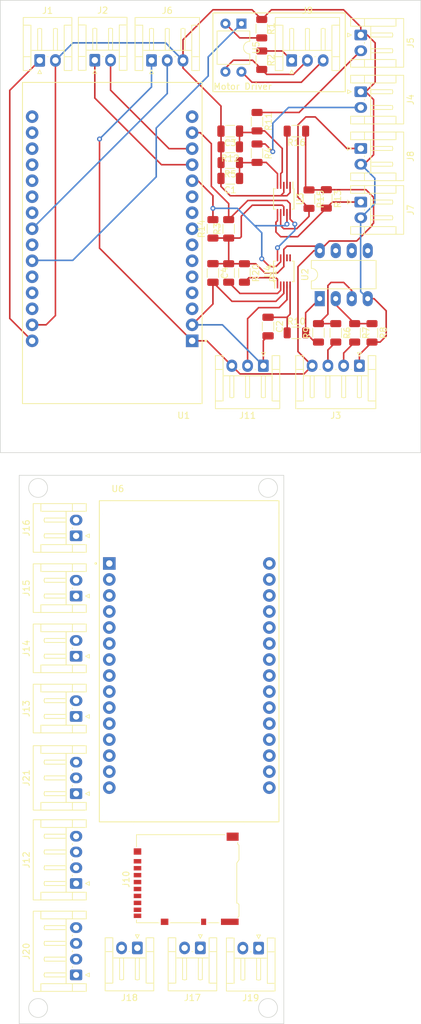
<source format=kicad_pcb>
(kicad_pcb (version 20221018) (generator pcbnew)
  (layers (0 "F.Cu" signal) (31 "B.Cu" signal) (34 "B.Paste" user) (35 "F.Paste" user) (36 "B.SilkS" user "B.Silkscreen") (37 "F.SilkS" user "F.Silkscreen") (38 "B.Mask" user) (39 "F.Mask" user) (44 "Edge.Cuts" user))
  (net 0 "")
  (net 1 "Reduced Bat1V")
  (net 2 "GND")
  (net 3 "Current")
  (net 4 "Reduced TotalV")
  (net 5 "3.3V")
  (net 6 "9V")
  (net 7 "Net-(J2-Pin_1)")
  (net 8 "Net-(J2-Pin_2)")
  (net 9 "Net-(J3-Pin_2)")
  (net 10 "Net-(J3-Pin_3)")
  (net 11 "Net-(J4-Pin_2)")
  (net 12 "Net-(J5-Pin_2)")
  (net 13 "Net-(J6-Pin_2)")
  (net 14 "Motor Temp")
  (net 15 "Motor Controller Temp")
  (net 16 "Net-(J9-Pin_1)")
  (net 17 "/Data")
  (net 18 "Net-(J9-Pin_3)")
  (net 22 "Net-(J10-VDD)")
  (net 24 "Net-(J10-VSS)")
  (net 28 "Net-(J11-Pin_2)")
  (net 54 "Net-(R1-Pad2)")
  (net 55 "SCL")
  (net 56 "Net-(U2A-+)")
  (net 57 "Net-(U2A--)")
  (net 58 "Net-(R10-Pad2)")
  (net 59 "SDA")
  (net 60 "Net-(U3-ALERT{slash}RDY)")
  (net 61 "Net-(U4-ALERT{slash}RDY)")
  (net 62 "Net-(U4-ADDR)")
  (net 75 "GPIO 27 - PWM")
  (footprint "Connector_JST:JST_EH_S2B-EH_1x02_P2.50mm_Horizontal" (layer "F.Cu") (at 35.75 31)
    (fp_text reference "J2")
    (fp_text value "Data (RX TX)")
  )
  (footprint "Connector_JST:JST_EH_S4B-EH_1x04_P2.50mm_Horizontal" (layer "F.Cu") (at 32.7825 161.5978 90)
    (fp_text reference "J12")
    (fp_text value "Screen Connector")
  )
  (footprint "Package_DIP:DIP-8_W7.62mm_LongPads" (layer "F.Cu") (at 71.45 68.825 90)
    (fp_text reference "U2")
    (fp_text value "MCP6002-xP")
  )
  (footprint "Connector_JST:JST_EH_S3B-EH_1x03_P2.50mm_Horizontal" (layer "F.Cu") (at 62.5 79.4675 180)
    (fp_text reference "J11")
    (fp_text value "Throttle HallEffect" hide)
  )
  (footprint "Resistor_SMD:R_1206_3216Metric" (layer "F.Cu") (at 57 57.75 90)
    (fp_text reference "R3")
    (fp_text value "10k")
  )
  (footprint "Connector_JST:JST_EH_S2B-EH_1x02_P2.50mm_Horizontal" (layer "F.Cu") (at 77.9675 27 -90)
    (fp_text reference "J5")
    (fp_text value "Bat 1+2 V")
  )
  (footprint "ESP32-DEVKIT-V1:MODULE_ESP32_DEVKIT_V1" (layer "F.Cu") (at 38.5 60 180)
    (fp_text reference "U1")
    (fp_text value "ESP32-DEVKIT-V1")
  )
  (footprint "Capacitor_SMD:C_1206_3216Metric" (layer "F.Cu") (at 57.25 42.25 180)
    (fp_text reference "C3")
    (fp_text value "C")
  )
  (footprint "Connector_JST:JST_EH_S2B-EH_1x02_P2.50mm_Horizontal" (layer "F.Cu") (at 32.7825 115.9978 90)
    (fp_text reference "J15")
    (fp_text value "Button 3")
  )
  (footprint "Package_SO:TSSOP-10_3x3mm_P0.5mm" (layer "F.Cu") (at 65.75 64.5 90)
    (fp_text reference "U4")
    (fp_text value "ADS1115IDGS" hide)
  )
  (footprint "Capacitor_SMD:C_1206_3216Metric" (layer "F.Cu") (at 54.5 64.75 -90)
    (fp_text reference "C4")
    (fp_text value "100nF")
  )
  (footprint "Resistor_SMD:R_1206_3216Metric" (layer "F.Cu") (at 77 74.25 -90)
    (fp_text reference "R7")
    (fp_text value "4.7k")
  )
  (footprint "Connector_JST:JST_EH_S3B-EH_1x03_P2.50mm_Horizontal" (layer "F.Cu") (at 32.7825 147.3478 90)
    (fp_text reference "J21")
    (fp_text value "Rotary SW")
  )
  (footprint "Connector_JST:JST_EH_S2B-EH_1x02_P2.50mm_Horizontal" (layer "F.Cu") (at 77.9675 36 -90)
    (fp_text reference "J4")
    (fp_text value "Bat 1V")
  )
  (footprint "Resistor_SMD:R_1206_3216Metric" (layer "F.Cu") (at 67.75 74.25)
    (fp_text reference "R10")
    (fp_text value "47k")
  )
  (footprint "Resistor_SMD:R_1206_3216Metric" (layer "F.Cu") (at 61.5 40.75 -90)
    (fp_text reference "R11")
    (fp_text value "R")
  )
  (footprint "ESP32-DEVKIT-V1:MODULE_ESP32_DEVKIT_V1" (layer "F.Cu") (at 50.75 126.3478)
    (fp_text reference "U6")
    (fp_text value "ESP32-DEVKIT-V1")
  )
  (footprint "Connector_JST:JST_EH_S2B-EH_1x02_P2.50mm_Horizontal" (layer "F.Cu") (at 61.75 171.8478 180)
    (fp_text reference "J19")
    (fp_text value "Power (9v)")
  )
  (footprint "Connector_JST:JST_EH_S2B-EH_1x02_P2.50mm_Horizontal" (layer "F.Cu") (at 42.5 171.8153 180)
    (fp_text reference "J18")
    (fp_text value "Data (RX TX)")
  )
  (footprint "Resistor_SMD:R_1206_3216Metric" (layer "F.Cu") (at 61.5 45.75 -90)
    (fp_text reference "R4")
    (fp_text value "R")
  )
  (footprint "Connector_JST:JST_EH_S2B-EH_1x02_P2.50mm_Horizontal" (layer "F.Cu") (at 32.7825 106.4478 90)
    (fp_text reference "J16")
    (fp_text value "Button 4")
  )
  (footprint "Resistor_SMD:R_1206_3216Metric" (layer "F.Cu") (at 57 64.75 -90)
    (fp_text reference "R17")
    (fp_text value "10k")
  )
  (footprint "Package_SO:TSSOP-10_3x3mm_P0.5mm" (layer "F.Cu") (at 65.75 53 -90)
    (fp_text reference "U3")
    (fp_text value "ADS1115IDGS")
  )
  (footprint "Resistor_SMD:R_1206_3216Metric" (layer "F.Cu") (at 79.75 74.25 -90)
    (fp_text reference "R8")
    (fp_text value "10k")
  )
  (footprint "Resistor_SMD:R_1206_3216Metric" (layer "F.Cu") (at 54.5 57.75 90)
    (fp_text reference "R14")
    (fp_text value "10k")
  )
  (footprint "Connector_JST:JST_EH_S2B-EH_1x02_P2.50mm_Horizontal" (layer "F.Cu") (at 27 31.0325)
    (fp_text reference "J1")
    (fp_text value "Power (9v)")
  )
  (footprint "Resistor_SMD:R_1206_3216Metric" (layer "F.Cu") (at 69.75 53.0375 -90)
    (fp_text reference "R15")
    (fp_text value "R")
  )
  (footprint "Connector_JST:JST_EH_S3B-EH_1x03_P2.50mm_Horizontal" (layer "F.Cu") (at 67 31.0325)
    (fp_text reference "J9")
    (fp_text value "Motor Controller")
  )
  (footprint "Connector_JST:JST_EH_S2B-EH_1x02_P2.50mm_Horizontal" (layer "F.Cu") (at 77.9675 45 -90)
    (fp_text reference "J8")
    (fp_text value "Motor Controller Temp")
  )
  (footprint "Resistor_SMD:R_1206_3216Metric" (layer "F.Cu") (at 59.5 64.75 -90)
    (fp_text reference "R20")
    (fp_text value "10k")
  )
  (footprint "Resistor_SMD:R_1206_3216Metric" (layer "F.Cu") (at 67.75 42.25 180)
    (fp_text reference "R16")
    (fp_text value "10k")
  )
  (footprint "Connector_Card:microSD_HC_Hirose_DM3AT-SF-PEJM5" (layer "F.Cu") (at 50.25 160.8478 90)
    (fp_text reference "J10")
    (fp_text value "Micro_SD_Card")
  )
  (footprint "Connector_JST:JST_EH_S2B-EH_1x02_P2.50mm_Horizontal" (layer "F.Cu") (at 52.5 171.8153 180)
    (fp_text reference "J17")
    (fp_text value "Power OUT (9v)")
  )
  (footprint "Capacitor_SMD:C_1206_3216Metric" (layer "F.Cu") (at 57.25 49.75 180)
    (fp_text reference "C1")
    (fp_text value "C")
  )
  (footprint "Resistor_SMD:R_1206_3216Metric" (layer "F.Cu") (at 62.25 31 90)
    (fp_text reference "R2")
    (fp_text value "1k")
  )
  (footprint "Connector_JST:JST_EH_S4B-EH_1x04_P2.50mm_Horizontal" (layer "F.Cu") (at 77.75 79.4675 180)
    (fp_text reference "J3")
    (fp_text value "Current Sensor")
  )
  (footprint "Connector_JST:JST_EH_S2B-EH_1x02_P2.50mm_Horizontal" (layer "F.Cu") (at 32.7825 125.5478 90)
    (fp_text reference "J14")
    (fp_text value "Button 2")
  )
  (footprint "Resistor_SMD:R_1206_3216Metric" (layer "F.Cu") (at 72.5 53 -90)
    (fp_text reference "R13")
    (fp_text value "R")
  )
  (footprint "Capacitor_SMD:C_1206_3216Metric" (layer "F.Cu") (at 63.25 73.25 -90)
    (fp_text reference "C2")
    (fp_text value "1u")
  )
  (footprint "Resistor_SMD:R_1206_3216Metric" (layer "F.Cu") (at 57.25 47.25 180)
    (fp_text reference "R5")
    (fp_text value "R")
  )
  (footprint "Connector_JST:JST_EH_S3B-EH_1x03_P2.50mm_Horizontal" (layer "F.Cu") (at 44.75 31.0325)
    (fp_text reference "J6")
    (fp_text value "RPM Sensor")
  )
  (footprint "Resistor_SMD:R_1206_3216Metric" (layer "F.Cu") (at 71.25 74.25 90)
    (fp_text reference "R9")
    (fp_text value "10k")
  )
  (footprint "Resistor_SMD:R_1206_3216Metric" (layer "F.Cu") (at 62.25 26 -90)
    (fp_text reference "R1")
    (fp_text value "220")
  )
  (footprint "Connector_JST:JST_EH_S4B-EH_1x04_P2.50mm_Horizontal" (layer "F.Cu") (at 32.7825 176.0978 90)
    (fp_text reference "J20")
    (fp_text value "HC12")
  )
  (footprint "Resistor_SMD:R_1206_3216Metric" (layer "F.Cu") (at 74 74.25 -90)
    (fp_text reference "R6")
    (fp_text value "4.7k")
  )
  (footprint "Connector_JST:JST_EH_S2B-EH_1x02_P2.50mm_Horizontal" (layer "F.Cu") (at 32.7825 135.0978 90)
    (fp_text reference "J13")
    (fp_text value "Button 1")
  )
  (footprint "Package_DIP:DIP-4_W7.62mm" (layer "F.Cu") (at 59.025 25.2 -90)
    (fp_text reference "U5")
    (fp_text value "PC817")
  )
  (footprint "Resistor_SMD:R_1206_3216Metric" (layer "F.Cu") (at 57.25 44.75 180)
    (fp_text reference "R12")
    (fp_text value "R")
  )
  (footprint "Connector_JST:JST_EH_S2B-EH_1x02_P2.50mm_Horizontal" (layer "F.Cu") (at 77.9675 53.5 -90)
    (fp_text reference "J7")
    (fp_text value "Motor Temp")
  )
  (gr_rect (start 54.5 23.5) (end 75.5 36) (stroke (width 0.15)) (fill none) (layer "F.SilkS"))
  (gr_circle (center 63.25 98.8478) (end 61.75 98.8478) (stroke (width 0.1)) (fill none) (layer "Edge.Cuts"))
  (gr_rect (start 23.75 96.8478) (end 65.75 183.8478) (stroke (width 0.1)) (fill none) (layer "Edge.Cuts"))
  (gr_circle (center 63.25 181.3478) (end 61.75 181.3478) (stroke (width 0.1)) (fill none) (layer "Edge.Cuts"))
  (gr_circle (center 26.75 98.8478) (end 28.25 98.8478) (stroke (width 0.1)) (fill none) (layer "Edge.Cuts"))
  (gr_rect (start 20.75 21.5) (end 87.5 93.25) (stroke (width 0.1)) (fill none) (layer "Edge.Cuts"))
  (gr_circle (center 26.75 181.3478) (end 28.25 181.3478) (stroke (width 0.1)) (fill none) (layer "Edge.Cuts"))
  (gr_text "Motor Driver\n" (at 54.5 35.75) (layer "F.SilkS") (effects (font (size 1 1)) (justify left bottom)))
  (segment (start 64.75 49) (end 64.75 50.85) (width 0.25) (layer "F.Cu") (net 1))
  (segment (start 61.5 47.2125) (end 62.9625 47.2125) (width 0.25) (layer "F.Cu") (net 1))
  (segment (start 62.9625 47.2125) (end 64.75 49) (width 0.25) (layer "F.Cu") (net 1))
  (segment (start 58.7125 47.25) (end 61.4625 47.25) (width 0.25) (layer "F.Cu") (net 1))
  (segment (start 61.4625 47.25) (end 61.5 47.2125) (width 0.25) (layer "F.Cu") (net 1))
  (segment (start 58.725 47.2625) (end 58.7125 47.25) (width 0.25) (layer "F.Cu") (net 1))
  (segment (start 58.725 49.75) (end 58.725 47.2625) (width 0.25) (layer "F.Cu") (net 1))
  (segment (start 65.75 52) (end 65.25 52.5) (width 0.25) (layer "F.Cu") (net 2))
  (segment (start 55.7875 44.75) (end 55.7875 42.2625) (width 0.25) (layer "F.Cu") (net 2))
  (segment (start 77.9675 27) (end 79 27) (width 0.25) (layer "F.Cu") (net 2))
  (segment (start 60.7125 23) (end 62.25 24.5375) (width 0.25) (layer "F.Cu") (net 2))
  (segment (start 55.775 47.2625) (end 55.7875 47.25) (width 0.25) (layer "F.Cu") (net 2))
  (segment (start 66.75 50.85) (end 66.75 51.99231) (width 0.25) (layer "F.Cu") (net 2))
  (segment (start 62.5 75.475) (end 62.5 79.4675) (width 0.25) (layer "F.Cu") (net 2))
  (segment (start 81.0375 75.7125) (end 79.75 75.7125) (width 0.25) (layer "F.Cu") (net 2))
  (segment (start 80.25 28.25) (end 80.25 34.5) (width 0.25) (layer "F.Cu") (net 2))
  (segment (start 75.23375 23) (end 77.9675 25.73375) (width 0.25) (layer "F.Cu") (net 2))
  (segment (start 78.5 47.5) (end 80 46) (width 0.25) (layer "F.Cu") (net 2))
  (segment (start 49.75 27.75) (end 54.5 23) (width 0.25) (layer "F.Cu") (net 2))
  (segment (start 64.5 69.25) (end 57.525 69.25) (width 0.25) (layer "F.Cu") (net 2))
  (segment (start 79.75 75.7125) (end 77.75 77.7125) (width 0.25) (layer "F.Cu") (net 2))
  (segment (start 77.9675 25.73375) (end 77.9675 27) (width 0.25) (layer "F.Cu") (net 2))
  (segment (start 55.775 49.75) (end 55.775 47.2625) (width 0.25) (layer "F.Cu") (net 2))
  (segment (start 80.25 34.5) (end 78.75 36) (width 0.25) (layer "F.Cu") (net 2))
  (segment (start 65.75 50.85) (end 65.75 52) (width 0.25) (layer "F.Cu") (net 2))
  (segment (start 65.75 68) (end 64.5 69.25) (width 0.25) (layer "F.Cu") (net 2))
  (segment (start 66.24231 52.5) (end 65.75 52.5) (width 0.25) (layer "F.Cu") (net 2))
  (segment (start 80 46) (end 80 37.25) (width 0.25) (layer "F.Cu") (net 2))
  (segment (start 49.75 32.25) (end 55.775 38.275) (width 0.25) (layer "F.Cu") (net 2))
  (segment (start 57.525 69.25) (end 54.5 66.225) (width 0.25) (layer "F.Cu") (net 2))
  (segment (start 54.5 23) (end 60.7125 23) (width 0.25) (layer "F.Cu") (net 2))
  (segment (start 77.9675 47.5) (end 78.5 47.5) (width 0.25) (layer "F.Cu") (net 2))
  (segment (start 25.8 72.975) (end 28.025 72.975) (width 0.25) (layer "F.Cu") (net 2))
  (segment (start 62.25 24.5375) (end 63.7875 23) (width 0.25) (layer "F.Cu") (net 2))
  (segment (start 54.5 66.225) (end 54.5 69.675) (width 0.25) (layer "F.Cu") (net 2))
  (segment (start 55.775 51.025) (end 55.775 49.75) (width 0.25) (layer "F.Cu") (net 2))
  (segment (start 55.7875 47.25) (end 55.7875 44.75) (width 0.25) (layer "F.Cu") (net 2))
  (segment (start 80 37.25) (end 78.75 36) (width 0.25) (layer "F.Cu") (net 2))
  (segment (start 65.25 52.5) (end 57.25 52.5) (width 0.25) (layer "F.Cu") (net 2))
  (segment (start 28.025 72.975) (end 29.5 71.5) (width 0.25) (layer "F.Cu") (net 2))
  (segment (start 55.775 38.275) (end 55.775 42.25) (width 0.25) (layer "F.Cu") (net 2))
  (segment (start 66.75 51.99231) (end 66.24231 52.5) (width 0.25) (layer "F.Cu") (net 2))
  (segment (start 63.7875 23) (end 75.23375 23) (width 0.25) (layer "F.Cu") (net 2))
  (segment (start 65.73462 52.5) (end 65.25 52.5) (width 0.25) (layer "F.Cu") (net 2))
  (segment (start 79.07 68.825) (end 80.075 68.825) (width 0.25) (layer "F.Cu") (net 2))
  (segment (start 78.75 36) (end 77.9675 36) (width 0.25) (layer "F.Cu") (net 2))
  (segment (start 77.75 77.7125) (end 77.75 79.4675) (width 0.25) (layer "F.Cu") (net 2))
  (segment (start 57.25 52.5) (end 55.775 51.025) (width 0.25) (layer "F.Cu") (net 2))
  (segment (start 29.5 71.5) (end 29.5 31.0325) (width 0.25) (layer "F.Cu") (net 2))
  (segment (start 54.5 69.675) (end 51.2 72.975) (width 0.25) (layer "F.Cu") (net 2))
  (segment (start 63.25 74.725) (end 62.5 75.475) (width 0.25) (layer "F.Cu") (net 2))
  (segment (start 49.75 31.0325) (end 49.75 27.75) (width 0.25) (layer "F.Cu") (net 2))
  (segment (start 79 27) (end 80.25 28.25) (width 0.25) (layer "F.Cu") (net 2))
  (segment (start 82 74.75) (end 81.0375 75.7125) (width 0.25) (layer "F.Cu") (net 2))
  (segment (start 65.75 52.5) (end 65.74231 52.49231) (width 0.25) (layer "F.Cu") (net 2))
  (segment (start 65.75 66.65) (end 65.75 68) (width 0.25) (layer "F.Cu") (net 2))
  (segment (start 65.74231 52.49231) (end 65.73462 52.5) (width 0.25) (layer "F.Cu") (net 2))
  (segment (start 80.075 68.825) (end 82 70.75) (width 0.25) (layer "F.Cu") (net 2))
  (segment (start 82 70.75) (end 82 74.75) (width 0.25) (layer "F.Cu") (net 2))
  (segment (start 55.7875 42.2625) (end 55.775 42.25) (width 0.25) (layer "F.Cu") (net 2))
  (segment (start 49.75 31.0325) (end 49.75 32.25) (width 0.25) (layer "F.Cu") (net 2))
  (segment (start 56.0075 72.975) (end 51.2 72.975) (width 0.25) (layer "B.Cu") (net 2))
  (segment (start 80.195 53.7725) (end 77.9675 56) (width 0.25) (layer "B.Cu") (net 2))
  (segment (start 77.945 56.0225) (end 77.945 67.7) (width 0.25) (layer "B.Cu") (net 2))
  (segment (start 47.5 28.75) (end 47.5 28.7825) (width 0.25) (layer "B.Cu") (net 2))
  (segment (start 32.2825 28.25) (end 47 28.25) (width 0.25) (layer "B.Cu") (net 2))
  (segment (start 77.9675 47.5) (end 80.195 49.7275) (width 0.25) (layer "B.Cu") (net 2))
  (segment (start 47.5 28.7825) (end 49.75 31.0325) (width 0.25) (layer "B.Cu") (net 2))
  (segment (start 62.5 79.4675) (end 56.0075 72.975) (width 0.25) (layer "B.Cu") (net 2))
  (segment (start 29.5 31.0325) (end 32.2825 28.25) (width 0.25) (layer "B.Cu") (net 2))
  (segment (start 47 28.25) (end 47.5 28.75) (width 0.25) (layer "B.Cu") (net 2))
  (segment (start 77.9675 56) (end 77.945 56.0225) (width 0.25) (layer "B.Cu") (net 2))
  (segment (start 80.195 49.7275) (end 80.195 53.7725) (width 0.25) (layer "B.Cu") (net 2))
  (segment (start 77.945 67.7) (end 79.07 68.825) (width 0.25) (layer "B.Cu") (net 2))
  (segment (start 66.2875 74.25) (end 66.2875 71.825) (width 0.25) (layer "F.Cu") (net 3))
  (segment (start 66.2875 71.825) (end 66.25 71.7875) (width 0.25) (layer "F.Cu") (net 3))
  (segment (start 66.25 71.7875) (end 66.75 71.2875) (width 0.25) (layer "F.Cu") (net 3))
  (segment (start 66.75 71.2875) (end 66.75 66.65) (width 0.25) (layer "F.Cu") (net 3))
  (segment (start 66.25 71.7875) (end 63.2625 71.7875) (width 0.25) (layer "F.Cu") (net 3))
  (segment (start 63.2625 71.7875) (end 63.25 71.775) (width 0.25) (layer "F.Cu") (net 3))
  (segment (start 61.5 42.2125) (end 62.7125 42.2125) (width 0.25) (layer "F.Cu") (net 4))
  (segment (start 61.5 42.4625) (end 58.9375 42.4625) (width 0.25) (layer "F.Cu") (net 4))
  (segment (start 62.7125 42.2125) (end 65.5 45) (width 0.25) (layer "F.Cu") (net 4))
  (segment (start 58.725 44.7375) (end 58.7125 44.75) (width 0.25) (layer "F.Cu") (net 4))
  (segment (start 65.5 48.75) (end 65.25 49) (width 0.25) (layer "F.Cu") (net 4))
  (segment (start 65.5 45) (end 65.5 48.75) (width 0.25) (layer "F.Cu") (net 4))
  (segment (start 58.725 42.25) (end 58.725 44.7375) (width 0.25) (layer "F.Cu") (net 4))
  (segment (start 65.25 49) (end 65.25 50.85) (width 0.25) (layer "F.Cu") (net 4))
  (segment (start 58.9375 42.4625) (end 58.725 42.25) (width 0.25) (layer "F.Cu") (net 4))
  (segment (start 78.7875 51.5375) (end 80 52.75) (width 0.25) (layer "F.Cu") (net 5))
  (segment (start 70.545 61.205) (end 68 63.75) (width 0.25) (layer "F.Cu") (net 5))
  (segment (start 68.95 80.7675) (end 70.25 79.4675) (width 0.25) (layer "F.Cu") (net 5))
  (segment (start 69.2125 42.25) (end 69.2125 51.0375) (width 0.25) (layer "F.Cu") (net 5))
  (segment (start 68 63.75) (end 68 77.2175) (width 0.25) (layer "F.Cu") (net 5))
  (segment (start 71.45 61.205) (end 70.545 61.205) (width 0.25) (layer "F.Cu") (net 5))
  (segment (start 56.9875 63.275) (end 57 63.2875) (width 0.25) (layer "F.Cu") (net 5))
  (segment (start 65.75 61) (end 65.75 62.35) (width 0.25) (layer "F.Cu") (net 5))
  (segment (start 58.7875 59.2125) (end 57 59.2125) (width 0.25) (layer "F.Cu") (net 5))
  (segment (start 72.4625 51.575) (end 72.5 51.5375) (width 0.25) (layer "F.Cu") (net 5))
  (segment (start 53.5475 75.515) (end 57.5 79.4675) (width 0.25) (layer "F.Cu") (net 5))
  (segment (start 58.8 80.7675) (end 68.95 80.7675) (width 0.25) (layer "F.Cu") (net 5))
  (segment (start 57 63.2875) (end 59.5 63.2875) (width 0.25) (layer "F.Cu") (net 5))
  (segment (start 51.2 75.515) (end 53.5475 75.515) (width 0.25) (layer "F.Cu") (net 5))
  (segment (start 80 56.835) (end 79.585 57.25) (width 0.25) (layer "F.Cu") (net 5))
  (segment (start 80 52.75) (end 80 56.835) (width 0.25) (layer "F.Cu") (net 5))
  (segment (start 60.75 54) (end 59 55.75) (width 0.25) (layer "F.Cu") (net 5))
  (segment (start 64.75 64.75) (end 65.75 63.75) (width 0.25) (layer "F.Cu") (net 5))
  (segment (start 79.585 57.25) (end 79.75 57.25) (width 0.25) (layer "F.Cu") (net 5))
  (segment (start 57 59.2125) (end 54.5 59.2125) (width 0.25) (layer "F.Cu") (net 5))
  (segment (start 71.45 61.205) (end 70.745 60.5) (width 0.25) (layer "F.Cu") (net 5))
  (segment (start 59 59) (end 58.7875 59.2125) (width 0.25) (layer "F.Cu") (net 5))
  (segment (start 77.32 59.68) (end 72.975 59.68) (width 0.25) (layer "F.Cu") (net 5))
  (segment (start 66.25 60.5) (end 65.75 61) (width 0.25) (layer "F.Cu") (net 5))
  (segment (start 59.5 63.2875) (end 61.2875 63.2875) (width 0.25) (layer "F.Cu") (net 5))
  (segment (start 62.75 64.75) (end 64.75 64.75) (width 0.25) (layer "F.Cu") (net 5))
  (segment (start 59 55.75) (end 59 59) (width 0.25) (layer "F.Cu") (net 5))
  (segment (start 65.75 55.15) (end 65.75 54.25) (width 0.25) (layer "F.Cu") (net 5))
  (segment (start 79.75 57.25) (end 77.32 59.68) (width 0.25) (layer "F.Cu") (net 5))
  (segment (start 65.75 54.25) (end 65.5 54) (width 0.25) (layer "F.Cu") (net 5))
  (segment (start 70.745 60.5) (end 66.25 60.5) (width 0.25) (layer "F.Cu") (net 5))
  (segment (start 57 63.2875) (end 57 59.2125) (width 0.25) (layer "F.Cu") (net 5))
  (segment (start 36.5 60.815) (end 51.2 75.515) (width 0.25) (layer "F.Cu") (net 5))
  (segment (start 61.2875 63.2875) (end 62.75 64.75) (width 0.25) (layer "F.Cu") (net 5))
  (segment (start 65.75 63.75) (end 65.75 62.35) (width 0.25) (layer "F.Cu") (net 5))
  (segment (start 72.975 59.68) (end 71.45 61.205) (width 0.25) (layer "F.Cu") (net 5))
  (segment (start 54.5 63.275) (end 56.9875 63.275) (width 0.25) (layer "F.Cu") (net 5))
  (segment (start 68 77.2175) (end 70.25 79.4675) (width 0.25) (layer "F.Cu") (net 5))
  (segment (start 36.5 43.5) (end 36.5 60.815) (width 0.25) (layer "F.Cu") (net 5))
  (segment (start 72.5 51.5375) (end 78.7875 51.5375) (width 0.25) (layer "F.Cu") (net 5))
  (segment (start 57.5 79.4675) (end 58.8 80.7675) (width 0.25) (layer "F.Cu") (net 5))
  (segment (start 69.2125 51.0375) (end 69.75 51.575) (width 0.25) (layer "F.Cu") (net 5))
  (segment (start 69.75 51.575) (end 72.4625 51.575) (width 0.25) (layer "F.Cu") (net 5))
  (segment (start 65.5 54) (end 60.75 54) (width 0.25) (layer "F.Cu") (net 5))
  (via (at 36.5 43.5) (size 0.8) (drill 0.4) (layers "F.Cu" "B.Cu") (net 5))
  (segment (start 44.75 31.0325) (end 44.75 35.25) (width 0.25) (layer "B.Cu") (net 5))
  (segment (start 44.75 35.25) (end 36.5 43.5) (width 0.25) (layer "B.Cu") (net 5))
  (segment (start 22.25 35.7825) (end 22.25 71.965) (width 0.25) (layer "F.Cu") (net 6))
  (segment (start 22.25 71.965) (end 25.8 75.515) (width 0.25) (layer "F.Cu") (net 6))
  (segment (start 27 31.0325) (end 22.25 35.7825) (width 0.25) (layer "F.Cu") (net 6))
  (segment (start 35.75 31) (end 35.75 37) (width 0.25) (layer "F.Cu") (net 7))
  (segment (start 46.325 47.575) (end 51.2 47.575) (width 0.25) (layer "F.Cu") (net 7))
  (segment (start 35.75 37) (end 46.325 47.575) (width 0.25) (layer "F.Cu") (net 7))
  (segment (start 47.535 45.035) (end 51.2 45.035) (width 0.25) (layer "F.Cu") (net 8))
  (segment (start 38.25 35.75) (end 47.535 45.035) (width 0.25) (layer "F.Cu") (net 8))
  (segment (start 38.25 31) (end 38.25 35.75) (width 0.25) (layer "F.Cu") (net 8))
  (segment (start 75.25 77.4625) (end 75.25 79.4675) (width 0.25) (layer "F.Cu") (net 9))
  (segment (start 77 75.7125) (end 75.25 77.4625) (width 0.25) (layer "F.Cu") (net 9))
  (segment (start 74 75.7125) (end 72.75 76.9625) (width 0.25) (layer "F.Cu") (net 10))
  (segment (start 72.75 76.9625) (end 72.75 79.4675) (width 0.25) (layer "F.Cu") (net 10))
  (segment (start 61.5 44.2875) (end 62.7875 44.2875) (width 0.25) (layer "F.Cu") (net 11))
  (segment (start 62.7875 44.2875) (end 64 45.5) (width 0.25) (layer "F.Cu") (net 11))
  (via (at 64 45.5) (size 0.8) (drill 0.4) (layers "F.Cu" "B.Cu") (net 11))
  (segment (start 77.9675 38.5) (end 66.5 38.5) (width 0.25) (layer "B.Cu") (net 11))
  (segment (start 64 41) (end 64 45.5) (width 0.25) (layer "B.Cu") (net 11))
  (segment (start 66.5 38.5) (end 64 41) (width 0.25) (layer "B.Cu") (net 11))
  (segment (start 61.5 39.2875) (end 68.18 39.2875) (width 0.25) (layer "F.Cu") (net 12))
  (segment (start 68.18 39.2875) (end 77.9675 29.5) (width 0.25) (layer "F.Cu") (net 12))
  (segment (start 47.25 31.0325) (end 47.25 36.285) (width 0.25) (layer "B.Cu") (net 13))
  (segment (start 47.25 36.285) (end 25.8 57.735) (width 0.25) (layer "B.Cu") (net 13))
  (segment (start 64.5 58.25) (end 64.5 56.7) (width 0.25) (layer "F.Cu") (net 14))
  (segment (start 64.75 56.45) (end 64.75 55.15) (width 0.25) (layer "F.Cu") (net 14))
  (segment (start 77.9675 53.5) (end 73.4625 53.5) (width 0.25) (layer "F.Cu") (net 14))
  (segment (start 67.9625 59) (end 65.25 59) (width 0.25) (layer "F.Cu") (net 14))
  (segment (start 65.25 59) (end 64.5 58.25) (width 0.25) (layer "F.Cu") (net 14))
  (segment (start 64.5 56.7) (end 64.75 56.45) (width 0.25) (layer "F.Cu") (net 14))
  (segment (start 72.5 54.4625) (end 67.9625 59) (width 0.25) (layer "F.Cu") (net 14))
  (segment (start 73.4625 53.5) (end 72.5 54.4625) (width 0.25) (layer "F.Cu") (net 14))
  (segment (start 75.75 45) (end 70.75 40) (width 0.25) (layer "F.Cu") (net 15))
  (segment (start 70.75 40) (end 69.25 40) (width 0.25) (layer "F.Cu") (net 15))
  (segment (start 68 41.25) (end 68 52.75) (width 0.25) (layer "F.Cu") (net 15))
  (segment (start 65.725 57.725) (end 65.25 57.25) (width 0.25) (layer "F.Cu") (net 15))
  (segment (start 69.75 55.775305) (end 67.800305 57.725) (width 0.25) (layer "F.Cu") (net 15))
  (segment (start 77.9675 45) (end 75.75 45) (width 0.25) (layer "F.Cu") (net 15))
  (segment (start 69.75 54.5) (end 69.75 55.775305) (width 0.25) (layer "F.Cu") (net 15))
  (segment (start 68 52.75) (end 69.75 54.5) (width 0.25) (layer "F.Cu") (net 15))
  (segment (start 67.800305 57.725) (end 65.725 57.725) (width 0.25) (layer "F.Cu") (net 15))
  (segment (start 69.25 40) (end 68 41.25) (width 0.25) (layer "F.Cu") (net 15))
  (segment (start 65.25 57.25) (end 65.25 55.15) (width 0.25) (layer "F.Cu") (net 15))
  (segment (start 62.25 29.5375) (end 65.505 29.5375) (width 0.25) (layer "F.Cu") (net 16))
  (segment (start 65.505 29.5375) (end 67 31.0325) (width 0.25) (layer "F.Cu") (net 16))
  (segment (start 67.2825 33.25) (end 69.5 31.0325) (width 0.25) (layer "F.Cu") (net 17))
  (segment (start 57.75 31) (end 60.7875 31) (width 0.25) (layer "F.Cu") (net 17))
  (segment (start 63.0375 33.25) (end 67.2825 33.25) (width 0.25) (layer "F.Cu") (net 17))
  (segment (start 56.485 32.265) (end 57.75 31) (width 0.25) (layer "F.Cu") (net 17))
  (segment (start 62.25 32.4625) (end 63.0375 33.25) (width 0.25) (layer "F.Cu") (net 17))
  (segment (start 56.485 32.82) (end 56.485 32.265) (width 0.25) (layer "F.Cu") (net 17))
  (segment (start 60.7875 31) (end 62.25 32.4625) (width 0.25) (layer "F.Cu") (net 17))
  (segment (start 59.025 32.82) (end 60.705 34.5) (width 0.25) (layer "F.Cu") (net 18))
  (segment (start 68.5325 34.5) (end 72 31.0325) (width 0.25) (layer "F.Cu") (net 18))
  (segment (start 60.705 34.5) (end 68.5325 34.5) (width 0.25) (layer "F.Cu") (net 18))
  (segment (start 66.25 66.65) (end 66.25 69) (width 0.25) (layer "F.Cu") (net 28))
  (segment (start 65 70.25) (end 61.75 70.25) (width 0.25) (layer "F.Cu") (net 28))
  (segment (start 66.25 69) (end 65 70.25) (width 0.25) (layer "F.Cu") (net 28))
  (segment (start 61.75 70.25) (end 60 72) (width 0.25) (layer "F.Cu") (net 28))
  (segment (start 60 72) (end 60 79.4675) (width 0.25) (layer "F.Cu") (net 28))
  (segment (start 62.25 27.4625) (end 58.7475 27.4625) (width 0.25) (layer "F.Cu") (net 54))
  (segment (start 58.7475 27.4625) (end 56.485 25.2) (width 0.25) (layer "F.Cu") (net 54))
  (segment (start 67.5 56.974695) (end 67.5 57) (width 0.25) (layer "F.Cu") (net 55))
  (segment (start 60.0375 53.25) (end 66.25 53.25) (width 0.25) (layer "F.Cu") (net 55))
  (segment (start 64.75 62.35) (end 64.75 60.75) (width 0.25) (layer "F.Cu") (net 55))
  (segment (start 66.25 53.25) (end 66.75 53.75) (width 0.25) (layer "F.Cu") (net 55))
  (segment (start 66.75 56.224695) (end 66.75 55.15) (width 0.25) (layer "F.Cu") (net 55))
  (segment (start 67.5 57) (end 67.525305 57) (width 0.25) (layer "F.Cu") (net 55))
  (segment (start 67.5 56.974695) (end 67.5 56.974695) (width 0.25) (layer "F.Cu") (net 55))
  (segment (start 54.25 51) (end 57 53.75) (width 0.25) (layer "F.Cu") (net 55))
  (segment (start 51.2 42.495) (end 52.495 42.495) (width 0.25) (layer "F.Cu") (net 55))
  (segment (start 57 55) (end 57 56.2875) (width 0.25) (layer "F.Cu") (net 55))
  (segment (start 57 56.2875) (end 60.0375 53.25) (width 0.25) (layer "F.Cu") (net 55))
  (segment (start 54.25 44.25) (end 54.25 51) (width 0.25) (layer "F.Cu") (net 55))
  (segment (start 67.525305 57) (end 66.75 56.224695) (width 0.25) (layer "F.Cu") (net 55))
  (segment (start 66.75 53.75) (end 66.75 55.15) (width 0.25) (layer "F.Cu") (net 55))
  (segment (start 57 53.75) (end 57 55) (width 0.25) (layer "F.Cu") (net 55))
  (segment (start 52.495 42.495) (end 54.25 44.25) (width 0.25) (layer "F.Cu") (net 55))
  (via (at 64.75 60.75) (size 0.8) (drill 0.4) (layers "F.Cu" "B.Cu") (net 55))
  (via (at 67.5 57) (size 0.8) (drill 0.4) (layers "F.Cu" "B.Cu") (net 55))
  (segment (start 67.5 57) (end 67.5 58) (width 0.25) (layer "B.Cu") (net 55))
  (segment (start 67.5 58) (end 64.75 60.75) (width 0.25) (layer "B.Cu") (net 55))
  (segment (start 72.75 71.2875) (end 72.75 66.75) (width 0.25) (layer "F.Cu") (net 56))
  (segment (start 72.75 66.75) (end 73.25 66.25) (width 0.25) (layer "F.Cu") (net 56))
  (segment (start 76.53 67.53) (end 76.53 68.825) (width 0.25) (layer "F.Cu") (net 56))
  (segment (start 71.25 72.7875) (end 74 72.7875) (width 0.25) (layer "F.Cu") (net 56))
  (segment (start 73.25 66.25) (end 75.25 66.25) (width 0.25) (layer "F.Cu") (net 56))
  (segment (start 71.25 72.7875) (end 72.75 71.2875) (width 0.25) (layer "F.Cu") (net 56))
  (segment (start 75.25 66.25) (end 76.53 67.53) (width 0.25) (layer "F.Cu") (net 56))
  (segment (start 73.99 69.7775) (end 73.99 68.825) (width 0.25) (layer "F.Cu") (net 57))
  (segment (start 79.75 72.7875) (end 77 72.7875) (width 0.25) (layer "F.Cu") (net 57))
  (segment (start 77 72.7875) (end 73.99 69.7775) (width 0.25) (layer "F.Cu") (net 57))
  (segment (start 70.675 75.7125) (end 71.25 75.7125) (width 0.25) (layer "F.Cu") (net 58))
  (segment (start 69.2125 74.25) (end 70.675 75.7125) (width 0.25) (layer "F.Cu") (net 58))
  (segment (start 69.2125 74.25) (end 69.2125 71.0625) (width 0.25) (layer "F.Cu") (net 58))
  (segment (start 69.2125 71.0625) (end 71.45 68.825) (width 0.25) (layer "F.Cu") (net 58))
  (segment (start 54.5 52.5) (end 54.5 54.5) (width 0.25) (layer "F.Cu") (net 59))
  (segment (start 65.25 62.35) (end 65.25 62.98462) (width 0.25) (layer "F.Cu") (net 59))
  (segment (start 52.115 50.115) (end 51.2 50.115) (width 0.25) (layer "F.Cu") (net 59))
  (segment (start 65.25 62.98462) (end 64.48462 63.75) (width 0.25) (layer "F.Cu") (net 59))
  (segment (start 63.5 63.75) (end 62.25 62.5) (width 0.25) (layer "F.Cu") (net 59))
  (segment (start 54.5 54.5) (end 54.5 56.2875) (width 0.25) (layer "F.Cu") (net 59))
  (segment (start 66.25 55.15) (end 66.25 57) (width 0.25) (layer "F.Cu") (net 59))
  (segment (start 64.48462 63.75) (end 63.5 63.75) (width 0.25) (layer "F.Cu") (net 59))
  (segment (start 54.5 52.5) (end 52.115 50.115) (width 0.25) (layer "F.Cu") (net 59))
  (via (at 62.25 62.5) (size 0.8) (drill 0.4) (layers "F.Cu" "B.Cu") (net 59))
  (via (at 66.25 57) (size 0.8) (drill 0.4) (layers "F.Cu" "B.Cu") (net 59))
  (via (at 54.5 54.5) (size 0.8) (drill 0.4) (layers "F.Cu" "B.Cu") (net 59))
  (segment (start 62.25 58.375) (end 61.125 57.25) (width 0.25) (layer "B.Cu") (net 59))
  (segment (start 61.125 57.25) (end 66 57.25) (width 0.25) (layer "B.Cu") (net 59))
  (segment (start 58.375 54.5) (end 61.125 57.25) (width 0.25) (layer "B.Cu") (net 59))
  (segment (start 62.25 62.5) (end 62.25 58.375) (width 0.25) (layer "B.Cu") (net 59))
  (segment (start 66 57.25) (end 66.25 57) (width 0.25) (layer "B.Cu") (net 59))
  (segment (start 54.5 54.5) (end 58.375 54.5) (width 0.25) (layer "B.Cu") (net 59))
  (segment (start 66.25 42.7875) (end 66.25 50.85) (width 0.25) (layer "F.Cu") (net 60))
  (segment (start 58.7875 68) (end 64.75 68) (width 0.25) (layer "F.Cu") (net 61))
  (segment (start 57 66.2125) (end 58.7875 68) (width 0.25) (layer "F.Cu") (net 61))
  (segment (start 64.75 68) (end 65.25 67.5) (width 0.25) (layer "F.Cu") (net 61))
  (segment (start 65.25 67.5) (end 65.25 66.65) (width 0.25) (layer "F.Cu") (net 61))
  (segment (start 60.2125 65.5) (end 64.5 65.5) (width 0.25) (layer "F.Cu") (net 62))
  (segment (start 64.5 65.5) (end 64.75 65.75) (width 0.25) (layer "F.Cu") (net 62))
  (segment (start 64.75 65.75) (end 64.75 66.65) (width 0.25) (layer "F.Cu") (net 62))
  (segment (start 59.5 66.2125) (end 60.2125 65.5) (width 0.25) (layer "F.Cu") (net 62))
  (segment (start 53.75 33.5) (end 45.5 41.75) (width 0.25) (layer "B.Cu") (net 75))
  (segment (start 32.25 62.75) (end 25.865 62.75) (width 0.25) (layer "B.Cu") (net 75))
  (segment (start 25.865 62.75) (end 25.8 62.815) (width 0.25) (layer "B.Cu") (net 75))
  (segment (start 45.5 41.75) (end 45.5 49.5) (width 0.25) (layer "B.Cu") (net 75))
  (segment (start 53.75 30.475) (end 53.75 33.5) (width 0.25) (layer "B.Cu") (net 75))
  (segment (start 59.025 25.2) (end 53.75 30.475) (width 0.25) (layer "B.Cu") (net 75))
  (segment (start 45.5 49.5) (end 32.25 62.75) (width 0.25) (layer "B.Cu") (net 75))
)
</source>
